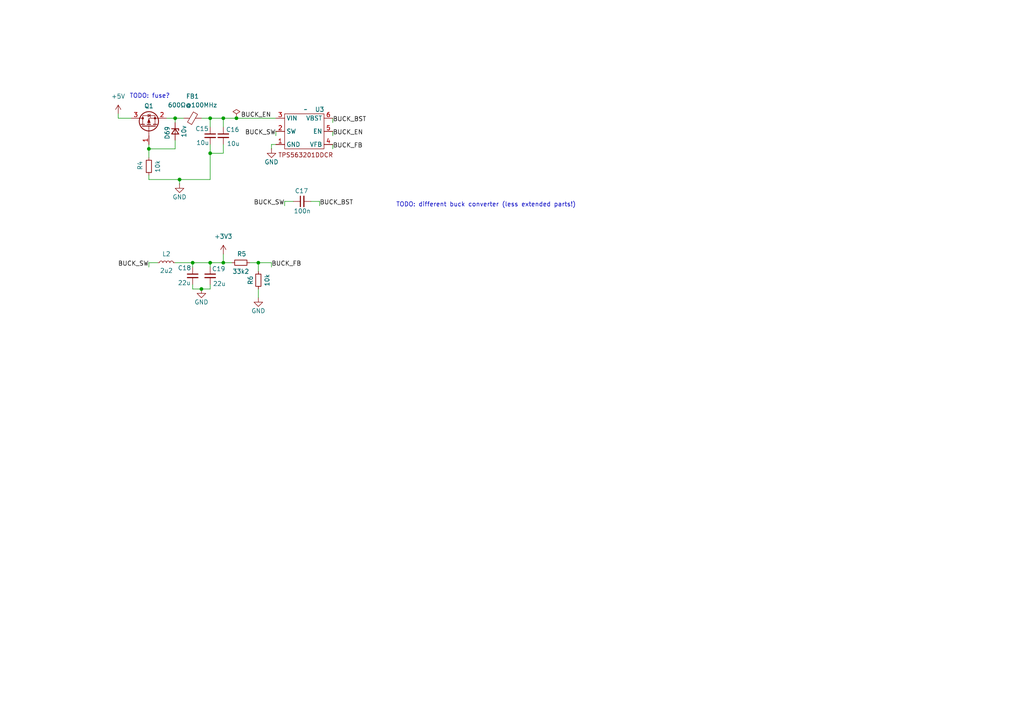
<source format=kicad_sch>
(kicad_sch (version 20231120) (generator "eeschema") (generator_version "8.0")
  (paper "A4")
  (lib_symbols
    (symbol "Device:C_Small" (pin_numbers hide) (pin_names (offset 0.254) hide)
      (property "Reference" "C" (at 0.254 1.778 0))
      (property "Value" "C_Small" (at 0.254 -2.032 0))
      (symbol "C_Small_0_1"
        (polyline (pts (xy -1.524 -0.508) (xy 1.524 -0.508)) (stroke (width 0.3302)))
        (polyline (pts (xy -1.524 0.508) (xy 1.524 0.508)) (stroke (width 0.3048)))
      )
      (symbol "C_Small_1_1"
        (pin passive line (at 0 2.54 270) (length 2.032) (name "~") (number "1"))
        (pin passive line (at 0 -2.54 90) (length 2.032) (name "~") (number "2"))
      )
    )
    (symbol "Device:D_Zener_Small" (pin_numbers hide) (pin_names (offset 0.254) hide)
      (property "Reference" "D" (at 0 2.286 0))
      (property "Value" "D_Zener_Small" (at 0 -2.286 0))
      (symbol "D_Zener_Small_0_1"
        (polyline (pts (xy 0.762 0) (xy -0.762 0)))
        (polyline (pts (xy -0.254 1.016) (xy -0.762 1.016) (xy -0.762 -1.016)) (stroke (width 0.254)))
        (polyline (pts (xy 0.762 1.016) (xy -0.762 0) (xy 0.762 -1.016) (xy 0.762 1.016)) (stroke (width 0.254)))
      )
      (symbol "D_Zener_Small_1_1"
        (pin passive line (at -2.54 0 0) (length 1.778) (name "K") (number "1"))
        (pin passive line (at 2.54 0 180) (length 1.778) (name "A") (number "2"))
      )
    )
    (symbol "Device:FerriteBead_Small" (pin_numbers hide) (pin_names (offset 0))
      (property "Reference" "FB" (at 1.905 1.27 0))
      (property "Value" "FerriteBead_Small" (at 1.905 -1.27 0))
      (symbol "FerriteBead_Small_0_1"
        (polyline (pts (xy 0 -1.27) (xy 0 -0.7874)))
        (polyline (pts (xy 0 0.889) (xy 0 1.2954)))
        (polyline (pts (xy -1.8288 0.2794) (xy -1.1176 1.4986) (xy 1.8288 -0.2032) (xy 1.1176 -1.4224) (xy -1.8288 0.2794)))
      )
      (symbol "FerriteBead_Small_1_1"
        (pin passive line (at 0 2.54 270) (length 1.27) (name "~") (number "1"))
        (pin passive line (at 0 -2.54 90) (length 1.27) (name "~") (number "2"))
      )
    )
    (symbol "Device:L_Small" (pin_numbers hide) (pin_names (offset 0.254) hide)
      (property "Reference" "L" (at 0.762 1.016 0))
      (property "Value" "L_Small" (at 0.762 -1.016 0))
      (symbol "L_Small_0_1"
        (arc (start 0 -2.032) (mid 0.5058 -1.524) (end 0 -1.016))
        (arc (start 0 -1.016) (mid 0.5058 -0.508) (end 0 0))
        (arc (start 0 0) (mid 0.5058 0.508) (end 0 1.016))
        (arc (start 0 1.016) (mid 0.5058 1.524) (end 0 2.032))
      )
      (symbol "L_Small_1_1"
        (pin passive line (at 0 2.54 270) (length 0.508) (name "~") (number "1"))
        (pin passive line (at 0 -2.54 90) (length 0.508) (name "~") (number "2"))
      )
    )
    (symbol "Device:R_Small" (pin_numbers hide) (pin_names (offset 0.254) hide)
      (property "Reference" "R" (at 0.762 0.508 0))
      (property "Value" "R_Small" (at 0.762 -1.016 0))
      (symbol "R_Small_0_1"
        (rectangle (start -0.762 1.778) (end 0.762 -1.778) (stroke (width 0.2032)))
      )
      (symbol "R_Small_1_1"
        (pin passive line (at 0 2.54 270) (length 0.762) (name "~") (number "1"))
        (pin passive line (at 0 -2.54 90) (length 0.762) (name "~") (number "2"))
      )
    )
    (symbol "Marijn:TPS563201DDCR"
      (property "Reference" "U" (at 5.334 6.858 0))
      (symbol "TPS563201DDCR_0_1"
        (rectangle (start -5.08 5.08) (end 6.35 -5.08))
      )
      (symbol "TPS563201DDCR_1_1"
        (text "TPS563201DDCR" (at 1.016 -6.858 0) (effects (font (size 1.27 1.27))))
        (pin input line (at -7.62 -3.81 0) (length 2.54) (name "GND") (number "1"))
        (pin output line (at -7.62 0 0) (length 2.54) (name "SW") (number "2"))
        (pin input line (at -7.62 3.81 0) (length 2.54) (name "VIN") (number "3"))
        (pin input line (at 8.89 -3.81 180) (length 2.54) (name "VFB") (number "4"))
        (pin input line (at 8.89 0 180) (length 2.54) (name "EN") (number "5"))
        (pin output line (at 8.89 3.81 180) (length 2.54) (name "VBST") (number "6"))
      )
    )
    (symbol "Transistor_FET:AO3401A" (pin_names hide)
      (property "Reference" "Q" (at 5.08 1.905 0))
      (property "Value" "AO3401A" (at 5.08 0 0))
      (symbol "AO3401A_0_1"
        (polyline (pts (xy 0.254 0) (xy -2.54 0)))
        (polyline (pts (xy 0.254 1.905) (xy 0.254 -1.905)) (stroke (width 0.254)))
        (polyline (pts (xy 0.762 -1.27) (xy 0.762 -2.286)) (stroke (width 0.254)))
        (polyline (pts (xy 0.762 0.508) (xy 0.762 -0.508)) (stroke (width 0.254)))
        (polyline (pts (xy 0.762 2.286) (xy 0.762 1.27)) (stroke (width 0.254)))
        (polyline (pts (xy 2.54 2.54) (xy 2.54 1.778)))
        (polyline (pts (xy 2.54 -2.54) (xy 2.54 0) (xy 0.762 0)))
        (polyline (pts (xy 0.762 1.778) (xy 3.302 1.778) (xy 3.302 -1.778) (xy 0.762 -1.778)))
        (polyline (pts (xy 2.286 0) (xy 1.27 0.381) (xy 1.27 -0.381) (xy 2.286 0)) (fill (type outline)))
        (polyline (pts (xy 2.794 -0.508) (xy 2.921 -0.381) (xy 3.683 -0.381) (xy 3.81 -0.254)))
        (polyline (pts (xy 3.302 -0.381) (xy 2.921 0.254) (xy 3.683 0.254) (xy 3.302 -0.381)))
        (circle (center 1.651 0) (radius 2.794) (stroke (width 0.254)))
        (circle (center 2.54 -1.778) (radius 0.254) (fill (type outline)))
        (circle (center 2.54 1.778) (radius 0.254) (fill (type outline)))
      )
      (symbol "AO3401A_1_1"
        (pin input line (at -5.08 0 0) (length 2.54) (name "G") (number "1"))
        (pin passive line (at 2.54 -5.08 90) (length 2.54) (name "S") (number "2"))
        (pin passive line (at 2.54 5.08 270) (length 2.54) (name "D") (number "3"))
      )
    )
    (symbol "power:+3V3" (power) (pin_numbers hide) (pin_names (offset 0) hide)
      (property "Value" "+3V3" (at 0 3.556 0))
      (symbol "+3V3_0_1"
        (polyline (pts (xy -0.762 1.27) (xy 0 2.54)))
        (polyline (pts (xy 0 0) (xy 0 2.54)))
        (polyline (pts (xy 0 2.54) (xy 0.762 1.27)))
      )
      (symbol "+3V3_1_1"
        (pin power_in line (at 0 0 90) (length 0) (name "~") (number "1"))
      )
    )
    (symbol "power:+5V" (power) (pin_numbers hide) (pin_names (offset 0) hide)
      (property "Value" "+5V" (at 0 3.556 0))
      (symbol "+5V_0_1"
        (polyline (pts (xy -0.762 1.27) (xy 0 2.54)))
        (polyline (pts (xy 0 0) (xy 0 2.54)))
        (polyline (pts (xy 0 2.54) (xy 0.762 1.27)))
      )
      (symbol "+5V_1_1"
        (pin power_in line (at 0 0 90) (length 0) (name "~") (number "1"))
      )
    )
    (symbol "power:GND" (power) (pin_numbers hide) (pin_names (offset 0) hide)
      (property "Value" "GND" (at 0 -3.81 0))
      (symbol "GND_0_1"
        (polyline (pts (xy 0 0) (xy 0 -1.27) (xy 1.27 -1.27) (xy 0 -2.54) (xy -1.27 -1.27) (xy 0 -1.27)))
      )
      (symbol "GND_1_1"
        (pin power_in line (at 0 0 270) (length 0) (name "~") (number "1"))
      )
    )
    (symbol "power:PWR_FLAG" (power) (pin_numbers hide) (pin_names (offset 0) hide)
      (property "Value" "PWR_FLAG" (at 0 3.81 0))
      (symbol "PWR_FLAG_0_0"
        (pin power_out line (at 0 0 90) (length 0) (name "~") (number "1"))
      )
      (symbol "PWR_FLAG_0_1"
        (polyline (pts (xy 0 0) (xy 0 1.27) (xy -1.016 1.905) (xy 0 2.54) (xy 1.016 1.905) (xy 0 1.27)))
      )
    )
  )
  (junction (at 50.8 34.29))
  (junction (at 64.77 34.29))
  (junction (at 74.93 76.2))
  (junction (at 55.88 76.2))
  (junction (at 60.96 76.2))
  (junction (at 58.42 83.82))
  (junction (at 43.18 43.18))
  (junction (at 68.58 34.29))
  (junction (at 64.77 76.2))
  (junction (at 60.96 44.45))
  (junction (at 52.07 52.07))
  (junction (at 60.96 34.29))
  (wire (pts (xy 43.18 50.8) (xy 43.18 52.07)))
  (wire (pts (xy 50.8 40.64) (xy 50.8 43.18)))
  (wire (pts (xy 55.88 76.2) (xy 55.88 77.47)))
  (wire (pts (xy 43.18 43.18) (xy 43.18 45.72)))
  (wire (pts (xy 78.74 43.18) (xy 78.74 41.91)))
  (wire (pts (xy 58.42 83.82) (xy 55.88 83.82)))
  (wire (pts (xy 78.74 41.91) (xy 80.01 41.91)))
  (wire (pts (xy 58.42 83.82) (xy 60.96 83.82)))
  (wire (pts (xy 43.18 43.18) (xy 43.18 41.91)))
  (wire (pts (xy 96.52 43.18) (xy 96.52 41.91)))
  (wire (pts (xy 43.18 76.2) (xy 45.72 76.2)))
  (wire (pts (xy 72.39 76.2) (xy 74.93 76.2)))
  (wire (pts (xy 60.96 76.2) (xy 60.96 77.47)))
  (wire (pts (xy 50.8 76.2) (xy 55.88 76.2)))
  (wire (pts (xy 50.8 34.29) (xy 50.8 35.56)))
  (wire (pts (xy 55.88 76.2) (xy 60.96 76.2)))
  (wire (pts (xy 60.96 52.07) (xy 60.96 44.45)))
  (wire (pts (xy 48.26 34.29) (xy 50.8 34.29)))
  (wire (pts (xy 92.71 58.42) (xy 90.17 58.42)))
  (wire (pts (xy 82.55 59.69) (xy 82.55 58.42)))
  (wire (pts (xy 43.18 52.07) (xy 52.07 52.07)))
  (wire (pts (xy 74.93 83.82) (xy 74.93 86.36)))
  (wire (pts (xy 34.29 34.29) (xy 38.1 34.29)))
  (wire (pts (xy 64.77 76.2) (xy 67.31 76.2)))
  (wire (pts (xy 60.96 83.82) (xy 60.96 82.55)))
  (wire (pts (xy 64.77 34.29) (xy 68.58 34.29)))
  (wire (pts (xy 64.77 73.66) (xy 64.77 76.2)))
  (wire (pts (xy 82.55 58.42) (xy 85.09 58.42)))
  (wire (pts (xy 60.96 44.45) (xy 64.77 44.45)))
  (wire (pts (xy 60.96 34.29) (xy 64.77 34.29)))
  (wire (pts (xy 78.74 76.2) (xy 74.93 76.2)))
  (wire (pts (xy 50.8 34.29) (xy 53.34 34.29)))
  (wire (pts (xy 96.52 39.37) (xy 96.52 38.1)))
  (wire (pts (xy 68.58 34.29) (xy 80.01 34.29)))
  (wire (pts (xy 60.96 41.91) (xy 60.96 44.45)))
  (wire (pts (xy 80.01 39.37) (xy 80.01 38.1)))
  (wire (pts (xy 52.07 52.07) (xy 60.96 52.07)))
  (wire (pts (xy 64.77 44.45) (xy 64.77 41.91)))
  (wire (pts (xy 55.88 82.55) (xy 55.88 83.82)))
  (wire (pts (xy 96.52 35.56) (xy 96.52 34.29)))
  (wire (pts (xy 92.71 59.69) (xy 92.71 58.42)))
  (wire (pts (xy 43.18 77.47) (xy 43.18 76.2)))
  (wire (pts (xy 58.42 34.29) (xy 60.96 34.29)))
  (wire (pts (xy 78.74 77.47) (xy 78.74 76.2)))
  (wire (pts (xy 34.29 34.29) (xy 34.29 33.02)))
  (wire (pts (xy 52.07 52.07) (xy 52.07 53.34)))
  (wire (pts (xy 60.96 34.29) (xy 60.96 36.83)))
  (wire (pts (xy 50.8 43.18) (xy 43.18 43.18)))
  (wire (pts (xy 64.77 34.29) (xy 64.77 36.83)))
  (wire (pts (xy 60.96 76.2) (xy 64.77 76.2)))
  (wire (pts (xy 74.93 76.2) (xy 74.93 78.74)))
  (text "TODO: different buck converter (less extended parts!)" (at 140.97 59.436 0) (effects (font (size 1.27 1.27))))
  (text "TODO: fuse?" (at 43.434 27.94 0) (effects (font (size 1.27 1.27))))
  (label "BUCK_EN" (at 69.85 34.29 0))
  (label "BUCK_FB" (at 96.52 43.18 0))
  (label "BUCK_BST" (at 96.52 35.56 0))
  (label "BUCK_SW" (at 82.55 59.69 180))
  (label "BUCK_SW" (at 43.18 77.47 180))
  (label "BUCK_SW" (at 80.01 39.37 180))
  (label "BUCK_EN" (at 96.52 39.37 0))
  (label "BUCK_BST" (at 92.71 59.69 0))
  (label "BUCK_FB" (at 78.74 77.47 0))
  (symbol (lib_id "power:PWR_FLAG") (at 68.58 34.29 0) (unit 1)
    (property "Reference" "#FLG02" (effects (hide yes)))
    (property "Value" "PWR_FLAG" (effects (hide yes)))
    (property "Description" "Special symbol for telling ERC where power comes from" (effects (hide yes)))
  )
  (symbol (lib_id "Device:C_Small") (at 55.88 80.01 0) (unit 1)
    (property "Reference" "C18" (at 51.562 77.724 0) (effects (justify left)))
    (property "Value" "22u" (at 51.562 82.042 0) (effects (justify left)))
    (property "Footprint" "Capacitor_SMD:C_1206_3216Metric" (effects (hide yes)))
    (property "Description" "Unpolarized capacitor, small symbol" (effects (hide yes)))
    (property "LCSC" "C12891" (effects (hide yes)))
  )
  (symbol (lib_id "Device:C_Small") (at 60.96 39.37 0) (unit 1)
    (property "Reference" "C15" (at 56.642 37.338 0) (effects (justify left)))
    (property "Value" "10u" (at 56.896 41.402 0) (effects (justify left)))
    (property "Footprint" "Capacitor_SMD:C_1206_3216Metric" (effects (hide yes)))
    (property "Description" "Unpolarized capacitor, small symbol" (effects (hide yes)))
    (property "LCSC" " C13585" (effects (hide yes)))
  )
  (symbol (lib_id "Device:C_Small") (at 60.96 80.01 0) (unit 1)
    (property "Reference" "C19" (at 61.468 77.978 0) (effects (justify left)))
    (property "Value" "22u" (at 61.722 82.296 0) (effects (justify left)))
    (property "Footprint" "Capacitor_SMD:C_1206_3216Metric" (effects (hide yes)))
    (property "Description" "Unpolarized capacitor, small symbol" (effects (hide yes)))
    (property "LCSC" "C12891" (effects (hide yes)))
  )
  (symbol (lib_id "power:GND") (at 74.93 86.36 0) (unit 1)
    (property "Reference" "#PWR020" (effects (hide yes)))
    (property "Value" "GND" (at 74.93 90.17 0))
    (property "Description" "Power symbol creates a global label with name \"GND\" , ground" (effects (hide yes)))
  )
  (symbol (lib_id "Device:C_Small") (at 64.77 39.37 0) (unit 1)
    (property "Reference" "C16" (at 65.532 37.592 0) (effects (justify left)))
    (property "Value" "10u" (at 65.786 41.656 0) (effects (justify left)))
    (property "Footprint" "Capacitor_SMD:C_1206_3216Metric" (effects (hide yes)))
    (property "Description" "Unpolarized capacitor, small symbol" (effects (hide yes)))
    (property "LCSC" " C13585" (effects (hide yes)))
  )
  (symbol (lib_id "power:+3V3") (at 64.77 73.66 0) (unit 1)
    (property "Reference" "#PWR022" (effects (hide yes)))
    (property "Value" "+3V3" (at 64.77 68.58 0))
    (property "Description" "Power symbol creates a global label with name \"+3V3\"" (effects (hide yes)))
  )
  (symbol (lib_id "Device:R_Small") (at 69.85 76.2 270) (unit 1)
    (property "Reference" "R5" (at 70.104 73.66 90))
    (property "Value" "33k2" (at 69.85 78.74 90))
    (property "Footprint" "Resistor_SMD:R_0603_1608Metric" (effects (hide yes)))
    (property "Description" "Resistor, small symbol" (effects (hide yes)))
    (property "LCSC" "C23003" (effects (hide yes)))
  )
  (symbol (lib_id "Device:FerriteBead_Small") (at 55.88 34.29 90) (unit 1)
    (property "Reference" "FB1" (at 55.8419 27.94 90))
    (property "Value" "600Ω@100MHz" (at 55.8419 30.48 90))
    (property "Footprint" "Inductor_SMD:L_0805_2012Metric" (effects (hide yes)))
    (property "Description" "Ferrite bead, small symbol" (effects (hide yes)))
    (property "LCSC" "C1017" (effects (hide yes)))
  )
  (symbol (lib_id "power:+5V") (at 34.29 33.02 0) (unit 1)
    (property "Reference" "#PWR021" (effects (hide yes)))
    (property "Value" "+5V" (at 34.29 27.94 0))
    (property "Description" "Power symbol creates a global label with name \"+5V\"" (effects (hide yes)))
  )
  (symbol (lib_id "power:GND") (at 58.42 83.82 0) (unit 1)
    (property "Reference" "#PWR018" (effects (hide yes)))
    (property "Value" "GND" (at 58.42 87.63 0))
    (property "Description" "Power symbol creates a global label with name \"GND\" , ground" (effects (hide yes)))
  )
  (symbol (lib_id "Transistor_FET:AO3401A") (at 43.18 36.83 90) (unit 1)
    (property "Reference" "Q1" (at 43.18 30.734 90))
    (property "Value" "AO3401A" (effects (hide yes)))
    (property "Footprint" "Package_TO_SOT_SMD:SOT-23" (effects (hide yes)))
    (property "Datasheet" "http://www.aosmd.com/pdfs/datasheet/AO3401A.pdf" (effects (hide yes)))
    (property "Description" "AO3401A" (effects (hide yes)))
    (property "LCSC" "C15127" (effects (hide yes)))
  )
  (symbol (lib_id "Device:D_Zener_Small") (at 50.8 38.1 270) (unit 1)
    (property "Reference" "D69" (at 48.514 36.576 0) (effects (justify left)))
    (property "Value" "10v" (at 53.34 36.322 0) (effects (justify left)))
    (property "Footprint" "Diode_SMD:D_SOD-523" (effects (hide yes)))
    (property "Datasheet" "https://www.lcsc.com/datasheet/lcsc_datasheet_2304140030_Nexperia-BZX585-B10-115_C455021.pdf" (effects (hide yes)))
    (property "Description" "BZX585-B10" (effects (hide yes)))
    (property "LCSC" "C455021" (effects (hide yes)))
  )
  (symbol (lib_id "Device:R_Small") (at 74.93 81.28 180) (unit 1)
    (property "Reference" "R6" (at 72.644 81.28 90))
    (property "Value" "10k" (at 77.47 81.28 90))
    (property "Footprint" "Resistor_SMD:R_0603_1608Metric" (effects (hide yes)))
    (property "Description" "Resistor, small symbol" (effects (hide yes)))
    (property "LCSC" "C25804" (effects (hide yes)))
  )
  (symbol (lib_id "Device:L_Small") (at 48.26 76.2 90) (unit 1)
    (property "Reference" "L2" (at 48.26 73.66 90))
    (property "Value" "2u2" (at 48.26 78.486 90))
    (property "Footprint" "Inductor_SMD:L_Changjiang_FNR3015S" (effects (hide yes)))
    (property "Description" "FNR3015S2R2MT" (effects (hide yes)))
    (property "LCSC" "C167747" (effects (hide yes)))
  )
  (symbol (lib_id "Marijn:TPS563201DDCR") (at 87.63 38.1 0) (unit 1)
    (property "Reference" "U3" (at 92.71 31.75 0))
    (property "Value" "~" (at 88.646 31.75 0))
    (property "Footprint" "Package_TO_SOT_SMD:SOT-23-6" (effects (hide yes)))
    (property "Datasheet" "https://www.lcsc.com/datasheet/lcsc_datasheet_2304241919_Texas-Instruments-TPS563201DDCR_C116592.pdf" (effects (hide yes)))
    (property "LCSC" "C116592" (effects (hide yes)))
  )
  (symbol (lib_id "power:GND") (at 78.74 43.18 0) (unit 1)
    (property "Reference" "#PWR016" (effects (hide yes)))
    (property "Value" "GND" (at 78.74 46.99 0))
    (property "Description" "Power symbol creates a global label with name \"GND\" , ground" (effects (hide yes)))
  )
  (symbol (lib_id "Device:C_Small") (at 87.63 58.42 90) (unit 1)
    (property "Reference" "C17" (at 89.408 55.372 90) (effects (justify left)))
    (property "Value" "100n" (at 90.17 61.214 90) (effects (justify left)))
    (property "Footprint" "Capacitor_SMD:C_1206_3216Metric" (effects (hide yes)))
    (property "Description" "Unpolarized capacitor, small symbol" (effects (hide yes)))
    (property "LCSC" "C24497" (effects (hide yes)))
  )
  (symbol (lib_id "power:GND") (at 52.07 53.34 0) (unit 1)
    (property "Reference" "#PWR017" (effects (hide yes)))
    (property "Value" "GND" (at 52.07 57.15 0))
    (property "Description" "Power symbol creates a global label with name \"GND\" , ground" (effects (hide yes)))
  )
  (symbol (lib_id "Device:R_Small") (at 43.18 48.26 0) (unit 1)
    (property "Reference" "R4" (at 40.64 48.006 90))
    (property "Value" "10k" (at 45.72 48.26 90))
    (property "Footprint" "Resistor_SMD:R_0603_1608Metric" (effects (hide yes)))
    (property "Description" "Resistor, small symbol" (effects (hide yes)))
    (property "LCSC" "C25804" (effects (hide yes)))
  )
)
</source>
